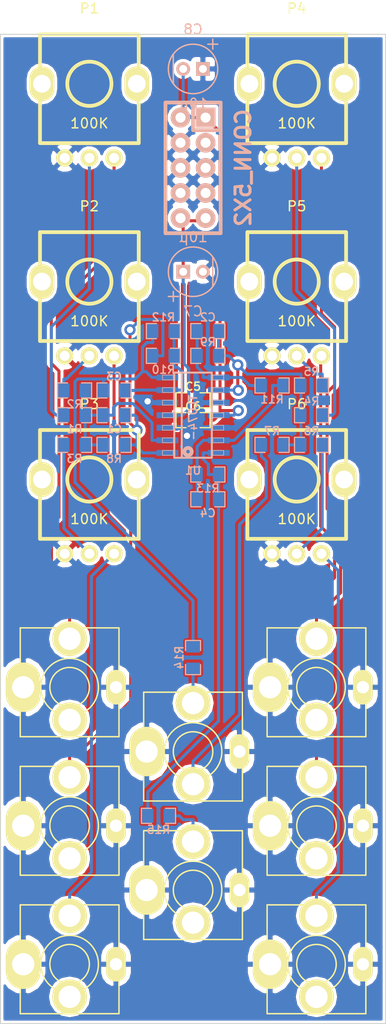
<source format=kicad_pcb>
(kicad_pcb (version 3) (host pcbnew "(2014-05-15 BZR 4865)-product")
  (layers (15 F.Cu signal) (0 B.Cu signal) (18 B.Paste user) (19 F.Paste user) (20 B.SilkS user) (21 F.SilkS user) (22 B.Mask user) (23 F.Mask user) (28 Edge.Cuts user))
  (net 0 "")
  (net 1 +12V)
  (net 2 -12V)
  (net 3 GND)
  (net 4 N-000001)
  (net 5 N-0000010)
  (net 6 N-0000012)
  (net 7 N-0000014)
  (net 8 N-0000017)
  (net 9 N-0000019)
  (net 10 N-000002)
  (net 11 N-0000020)
  (net 12 N-0000021)
  (net 13 N-0000022)
  (net 14 N-0000023)
  (net 15 N-0000024)
  (net 16 N-0000025)
  (net 17 N-0000028)
  (net 18 N-0000030)
  (net 19 N-0000031)
  (net 20 N-0000032)
  (net 21 N-0000033)
  (net 22 N-000005)
  (net 23 N-000006)
  (net 24 N-000007)
  (net 25 N-000008)
  (net 26 N-000009)
  (module SO14-JRL (layer B.Cu) (at 223.5 145.5 90)
    (fp_text reference U1 (at -5.588 0 360) (layer B.SilkS) (effects (font (size 0.8128 0.8128) (thickness 0.1524)) (justify mirror)))
    (fp_text value TL074- (at -0.254 0 90) (layer B.SilkS) (effects (font (size 0.8128 0.8128) (thickness 0.1524)) (justify mirror)))
    (pad 1 smd rect (at -3.81 -2.59842 90) (size 0.59944 2.19964) (layers B.Cu B.Paste B.Mask) (net 14 N-0000023))
    (pad 2 smd rect (at -2.54 -2.59842 90) (size 0.59944 2.19964) (layers B.Cu B.Paste B.Mask) (net 13 N-0000022))
    (pad 3 smd rect (at -1.27 -2.59842 90) (size 0.59944 2.19964) (layers B.Cu B.Paste B.Mask) (net 3 GND))
    (pad 4 smd rect (at 0 -2.59842 90) (size 0.59944 2.19964) (layers B.Cu B.Paste B.Mask) (net 1 +12V))
    (pad 5 smd rect (at 1.27 -2.59842 90) (size 0.59944 2.19964) (layers B.Cu B.Paste B.Mask) (net 3 GND))
    (pad 6 smd rect (at 2.54 -2.59842 90) (size 0.59944 2.19964) (layers B.Cu B.Paste B.Mask) (net 21 N-0000033))
    (pad 7 smd rect (at 3.81 -2.59842 90) (size 0.59944 2.19964) (layers B.Cu B.Paste B.Mask) (net 20 N-0000032))
    (pad 8 smd rect (at 3.81 2.59842 90) (size 0.59944 2.19964) (layers B.Cu B.Paste B.Mask) (net 23 N-000006))
    (pad 9 smd rect (at 2.54 2.59842 90) (size 0.59944 2.19964) (layers B.Cu B.Paste B.Mask) (net 18 N-0000030))
    (pad 10 smd rect (at 1.27 2.59842 90) (size 0.59944 2.19964) (layers B.Cu B.Paste B.Mask) (net 3 GND))
    (pad 11 smd rect (at 0 2.59842 90) (size 0.59944 2.19964) (layers B.Cu B.Paste B.Mask) (net 2 -12V))
    (pad 12 smd rect (at -1.27 2.59842 90) (size 0.59944 2.19964) (layers B.Cu B.Paste B.Mask) (net 3 GND))
    (pad 13 smd rect (at -2.54 2.59842 90) (size 0.59944 2.19964) (layers B.Cu B.Paste B.Mask) (net 10 N-000002))
    (pad 14 smd rect (at -3.81 2.59842 90) (size 0.59944 2.19964) (layers B.Cu B.Paste B.Mask) (net 4 N-000001))
  )
  (module SM0805-HAND (layer B.Cu) (at 223.5 170 270)
    (fp_text reference R14 (at 0 1.397 270) (layer B.SilkS) (effects (font (size 0.8128 0.8128) (thickness 0.1524)) (justify mirror)))
    (fp_text value 1K hide)
    (pad 1 smd rect (at -1.0795 0 270) (size 1.143 1.397) (layers B.Cu B.Paste B.Mask) (net 20 N-0000032))
    (pad 2 smd rect (at 1.0795 0 270) (size 1.143 1.397) (layers B.Cu B.Paste B.Mask) (net 19 N-0000031))
  )
  (module SM0805-HAND (layer B.Cu) (at 225 151.5)
    (fp_text reference R13 (at 0 1.397) (layer B.SilkS) (effects (font (size 0.8128 0.8128) (thickness 0.1524)) (justify mirror)))
    (fp_text value 100K hide)
    (pad 1 smd rect (at -1.0795 0) (size 1.143 1.397) (layers B.Cu B.Paste B.Mask) (net 10 N-000002))
    (pad 2 smd rect (at 1.0795 0) (size 1.143 1.397) (layers B.Cu B.Paste B.Mask) (net 4 N-000001))
  )
  (module SM0805-HAND (layer B.Cu) (at 231.5 142.5)
    (fp_text reference R11 (at 0 1.397) (layer B.SilkS) (effects (font (size 0.8128 0.8128) (thickness 0.1524)) (justify mirror)))
    (fp_text value 100K hide)
    (pad 1 smd rect (at -1.0795 0) (size 1.143 1.397) (layers B.Cu B.Paste B.Mask) (net 23 N-000006))
    (pad 2 smd rect (at 1.0795 0) (size 1.143 1.397) (layers B.Cu B.Paste B.Mask) (net 10 N-000002))
  )
  (module SM0805-HAND (layer B.Cu) (at 220 186)
    (fp_text reference R15 (at 0 1.397) (layer B.SilkS) (effects (font (size 0.8128 0.8128) (thickness 0.1524)) (justify mirror)))
    (fp_text value 1K hide)
    (pad 1 smd rect (at -1.0795 0) (size 1.143 1.397) (layers B.Cu B.Paste B.Mask) (net 4 N-000001))
    (pad 2 smd rect (at 1.0795 0) (size 1.143 1.397) (layers B.Cu B.Paste B.Mask) (net 24 N-000007))
  )
  (module SM0805-HAND (layer B.Cu) (at 225 137 180)
    (fp_text reference C2 (at 0 1.397 180) (layer B.SilkS) (effects (font (size 0.8128 0.8128) (thickness 0.1524)) (justify mirror)))
    (fp_text value 47p hide)
    (pad 1 smd rect (at -1.0795 0 180) (size 1.143 1.397) (layers B.Cu B.Paste B.Mask) (net 18 N-0000030))
    (pad 2 smd rect (at 1.0795 0 180) (size 1.143 1.397) (layers B.Cu B.Paste B.Mask) (net 23 N-000006))
  )
  (module SM0805-HAND (layer B.Cu) (at 225 139.5 180)
    (fp_text reference R9 (at 0 1.397 180) (layer B.SilkS) (effects (font (size 0.8128 0.8128) (thickness 0.1524)) (justify mirror)))
    (fp_text value 100K hide)
    (pad 1 smd rect (at -1.0795 0 180) (size 1.143 1.397) (layers B.Cu B.Paste B.Mask) (net 18 N-0000030))
    (pad 2 smd rect (at 1.0795 0 180) (size 1.143 1.397) (layers B.Cu B.Paste B.Mask) (net 23 N-000006))
  )
  (module SM0805-HAND (layer B.Cu) (at 235.5 148.5 180)
    (fp_text reference R6 (at 0 1.397 180) (layer B.SilkS) (effects (font (size 0.8128 0.8128) (thickness 0.1524)) (justify mirror)))
    (fp_text value 100K hide)
    (pad 1 smd rect (at -1.0795 0 180) (size 1.143 1.397) (layers B.Cu B.Paste B.Mask) (net 25 N-000008))
    (pad 2 smd rect (at 1.0795 0 180) (size 1.143 1.397) (layers B.Cu B.Paste B.Mask) (net 18 N-0000030))
  )
  (module SM0805-HAND (layer B.Cu) (at 235.5 142.5 180)
    (fp_text reference R5 (at 0 1.397 180) (layer B.SilkS) (effects (font (size 0.8128 0.8128) (thickness 0.1524)) (justify mirror)))
    (fp_text value 100K hide)
    (pad 1 smd rect (at -1.0795 0 180) (size 1.143 1.397) (layers B.Cu B.Paste B.Mask) (net 7 N-0000014))
    (pad 2 smd rect (at 1.0795 0 180) (size 1.143 1.397) (layers B.Cu B.Paste B.Mask) (net 18 N-0000030))
  )
  (module SM0805-HAND (layer B.Cu) (at 235.5 145.5 180)
    (fp_text reference R4 (at 0 1.397 180) (layer B.SilkS) (effects (font (size 0.8128 0.8128) (thickness 0.1524)) (justify mirror)))
    (fp_text value 100K hide)
    (pad 1 smd rect (at -1.0795 0 180) (size 1.143 1.397) (layers B.Cu B.Paste B.Mask) (net 26 N-000009))
    (pad 2 smd rect (at 1.0795 0 180) (size 1.143 1.397) (layers B.Cu B.Paste B.Mask) (net 18 N-0000030))
  )
  (module SM0805-HAND (layer B.Cu) (at 225 154)
    (fp_text reference C4 (at 0 1.397) (layer B.SilkS) (effects (font (size 0.8128 0.8128) (thickness 0.1524)) (justify mirror)))
    (fp_text value 47p hide)
    (pad 1 smd rect (at -1.0795 0) (size 1.143 1.397) (layers B.Cu B.Paste B.Mask) (net 10 N-000002))
    (pad 2 smd rect (at 1.0795 0) (size 1.143 1.397) (layers B.Cu B.Paste B.Mask) (net 4 N-000001))
  )
  (module SM0805-HAND (layer B.Cu) (at 215.5 143 180)
    (fp_text reference C3 (at 0 1.397 180) (layer B.SilkS) (effects (font (size 0.8128 0.8128) (thickness 0.1524)) (justify mirror)))
    (fp_text value 47p hide)
    (pad 1 smd rect (at -1.0795 0 180) (size 1.143 1.397) (layers B.Cu B.Paste B.Mask) (net 21 N-0000033))
    (pad 2 smd rect (at 1.0795 0 180) (size 1.143 1.397) (layers B.Cu B.Paste B.Mask) (net 20 N-0000032))
  )
  (module SM0805-HAND (layer B.Cu) (at 215.5 145.5)
    (fp_text reference C1 (at 0 1.397) (layer B.SilkS) (effects (font (size 0.8128 0.8128) (thickness 0.1524)) (justify mirror)))
    (fp_text value 47p hide)
    (pad 1 smd rect (at -1.0795 0) (size 1.143 1.397) (layers B.Cu B.Paste B.Mask) (net 13 N-0000022))
    (pad 2 smd rect (at 1.0795 0) (size 1.143 1.397) (layers B.Cu B.Paste B.Mask) (net 14 N-0000023))
  )
  (module SM0805-HAND (layer B.Cu) (at 231.5 148.5 180)
    (fp_text reference R7 (at 0 1.397 180) (layer B.SilkS) (effects (font (size 0.8128 0.8128) (thickness 0.1524)) (justify mirror)))
    (fp_text value 100K hide)
    (pad 1 smd rect (at -1.0795 0 180) (size 1.143 1.397) (layers B.Cu B.Paste B.Mask) (net 18 N-0000030))
    (pad 2 smd rect (at 1.0795 0 180) (size 1.143 1.397) (layers B.Cu B.Paste B.Mask) (net 8 N-0000017))
  )
  (module SM0805-HAND (layer B.Cu) (at 220.5 137 180)
    (fp_text reference R12 (at 0 1.397 180) (layer B.SilkS) (effects (font (size 0.8128 0.8128) (thickness 0.1524)) (justify mirror)))
    (fp_text value 100K hide)
    (pad 1 smd rect (at -1.0795 0 180) (size 1.143 1.397) (layers B.Cu B.Paste B.Mask) (net 21 N-0000033))
    (pad 2 smd rect (at 1.0795 0 180) (size 1.143 1.397) (layers B.Cu B.Paste B.Mask) (net 20 N-0000032))
  )
  (module SM0805-HAND (layer B.Cu) (at 220.5 139.5)
    (fp_text reference R10 (at 0 1.397) (layer B.SilkS) (effects (font (size 0.8128 0.8128) (thickness 0.1524)) (justify mirror)))
    (fp_text value 100K hide)
    (pad 1 smd rect (at -1.0795 0) (size 1.143 1.397) (layers B.Cu B.Paste B.Mask) (net 14 N-0000023))
    (pad 2 smd rect (at 1.0795 0) (size 1.143 1.397) (layers B.Cu B.Paste B.Mask) (net 21 N-0000033))
  )
  (module SM0805-HAND (layer F.Cu) (at 223.5 144)
    (fp_text reference C5 (at 0 -1.397) (layer F.SilkS) (effects (font (size 0.8128 0.8128) (thickness 0.1524))))
    (fp_text value 100n hide)
    (pad 1 smd rect (at -1.0795 0) (size 1.143 1.397) (layers F.Cu F.Paste F.Mask) (net 1 +12V))
    (pad 2 smd rect (at 1.0795 0) (size 1.143 1.397) (layers F.Cu F.Paste F.Mask) (net 3 GND))
  )
  (module SM0805-HAND (layer F.Cu) (at 223.5 146)
    (fp_text reference C6 (at 0 -1.397) (layer F.SilkS) (effects (font (size 0.8128 0.8128) (thickness 0.1524))))
    (fp_text value 100n hide)
    (pad 1 smd rect (at -1.0795 0) (size 1.143 1.397) (layers F.Cu F.Paste F.Mask) (net 3 GND))
    (pad 2 smd rect (at 1.0795 0) (size 1.143 1.397) (layers F.Cu F.Paste F.Mask) (net 2 -12V))
  )
  (module SM0805-HAND (layer B.Cu) (at 215.5 148.5)
    (fp_text reference R8 (at 0 1.397) (layer B.SilkS) (effects (font (size 0.8128 0.8128) (thickness 0.1524)) (justify mirror)))
    (fp_text value 100K hide)
    (pad 1 smd rect (at -1.0795 0) (size 1.143 1.397) (layers B.Cu B.Paste B.Mask) (net 13 N-0000022))
    (pad 2 smd rect (at 1.0795 0) (size 1.143 1.397) (layers B.Cu B.Paste B.Mask) (net 14 N-0000023))
  )
  (module SM0805-HAND (layer B.Cu) (at 211.5 148.5)
    (fp_text reference R3 (at 0 1.397) (layer B.SilkS) (effects (font (size 0.8128 0.8128) (thickness 0.1524)) (justify mirror)))
    (fp_text value 100K hide)
    (pad 1 smd rect (at -1.0795 0) (size 1.143 1.397) (layers B.Cu B.Paste B.Mask) (net 11 N-0000020))
    (pad 2 smd rect (at 1.0795 0) (size 1.143 1.397) (layers B.Cu B.Paste B.Mask) (net 13 N-0000022))
  )
  (module SM0805-HAND (layer B.Cu) (at 211.5 143)
    (fp_text reference R2 (at 0 1.397) (layer B.SilkS) (effects (font (size 0.8128 0.8128) (thickness 0.1524)) (justify mirror)))
    (fp_text value 100K hide)
    (pad 1 smd rect (at -1.0795 0) (size 1.143 1.397) (layers B.Cu B.Paste B.Mask) (net 9 N-0000019))
    (pad 2 smd rect (at 1.0795 0) (size 1.143 1.397) (layers B.Cu B.Paste B.Mask) (net 13 N-0000022))
  )
  (module SM0805-HAND (layer B.Cu) (at 211.5 145.5)
    (fp_text reference R1 (at 0 1.397) (layer B.SilkS) (effects (font (size 0.8128 0.8128) (thickness 0.1524)) (justify mirror)))
    (fp_text value 100K hide)
    (pad 1 smd rect (at -1.0795 0) (size 1.143 1.397) (layers B.Cu B.Paste B.Mask) (net 12 N-0000021))
    (pad 2 smd rect (at 1.0795 0) (size 1.143 1.397) (layers B.Cu B.Paste B.Mask) (net 13 N-0000022))
  )
  (module RD901F-ALPHA-POT (layer F.Cu) (at 213 152)
    (fp_text reference P3 (at 0 -7.62) (layer F.SilkS))
    (fp_text value 100K (at 0 4) (layer F.SilkS))
    (pad "" thru_hole oval (at 4.8 0) (size 2.5 3.5) (drill 1.8) (layers *.Cu *.Mask F.SilkS))
    (pad "" thru_hole oval (at -4.8 0) (size 2.5 3.5) (drill 1.8) (layers *.Cu *.Mask F.SilkS))
    (pad 3 thru_hole circle (at 2.5 7.5) (size 1.75 1.75) (drill 1) (layers *.Cu *.Mask F.SilkS) (net 16 N-0000025))
    (pad 2 thru_hole circle (at 0 7.5) (size 1.75 1.75) (drill 1) (layers *.Cu *.Mask F.SilkS) (net 11 N-0000020))
    (pad 1 thru_hole circle (at -2.5 7.5) (size 1.75 1.75) (drill 1) (layers *.Cu *.Mask F.SilkS) (net 3 GND))
  )
  (module RD901F-ALPHA-POT (layer F.Cu) (at 213 132)
    (fp_text reference P2 (at 0 -7.62) (layer F.SilkS))
    (fp_text value 100K (at 0 4) (layer F.SilkS))
    (pad "" thru_hole oval (at 4.8 0) (size 2.5 3.5) (drill 1.8) (layers *.Cu *.Mask F.SilkS))
    (pad "" thru_hole oval (at -4.8 0) (size 2.5 3.5) (drill 1.8) (layers *.Cu *.Mask F.SilkS))
    (pad 3 thru_hole circle (at 2.5 7.5) (size 1.75 1.75) (drill 1) (layers *.Cu *.Mask F.SilkS) (net 15 N-0000024))
    (pad 2 thru_hole circle (at 0 7.5) (size 1.75 1.75) (drill 1) (layers *.Cu *.Mask F.SilkS) (net 9 N-0000019))
    (pad 1 thru_hole circle (at -2.5 7.5) (size 1.75 1.75) (drill 1) (layers *.Cu *.Mask F.SilkS) (net 3 GND))
  )
  (module RD901F-ALPHA-POT (layer F.Cu) (at 213 112)
    (fp_text reference P1 (at 0 -7.62) (layer F.SilkS))
    (fp_text value 100K (at 0 4) (layer F.SilkS))
    (pad "" thru_hole oval (at 4.8 0) (size 2.5 3.5) (drill 1.8) (layers *.Cu *.Mask F.SilkS))
    (pad "" thru_hole oval (at -4.8 0) (size 2.5 3.5) (drill 1.8) (layers *.Cu *.Mask F.SilkS))
    (pad 3 thru_hole circle (at 2.5 7.5) (size 1.75 1.75) (drill 1) (layers *.Cu *.Mask F.SilkS) (net 17 N-0000028))
    (pad 2 thru_hole circle (at 0 7.5) (size 1.75 1.75) (drill 1) (layers *.Cu *.Mask F.SilkS) (net 12 N-0000021))
    (pad 1 thru_hole circle (at -2.5 7.5) (size 1.75 1.75) (drill 1) (layers *.Cu *.Mask F.SilkS) (net 3 GND))
  )
  (module RD901F-ALPHA-POT (layer F.Cu) (at 234 112)
    (fp_text reference P4 (at 0 -7.62) (layer F.SilkS))
    (fp_text value 100K (at 0 4) (layer F.SilkS))
    (pad "" thru_hole oval (at 4.8 0) (size 2.5 3.5) (drill 1.8) (layers *.Cu *.Mask F.SilkS))
    (pad "" thru_hole oval (at -4.8 0) (size 2.5 3.5) (drill 1.8) (layers *.Cu *.Mask F.SilkS))
    (pad 3 thru_hole circle (at 2.5 7.5) (size 1.75 1.75) (drill 1) (layers *.Cu *.Mask F.SilkS) (net 5 N-0000010))
    (pad 2 thru_hole circle (at 0 7.5) (size 1.75 1.75) (drill 1) (layers *.Cu *.Mask F.SilkS) (net 26 N-000009))
    (pad 1 thru_hole circle (at -2.5 7.5) (size 1.75 1.75) (drill 1) (layers *.Cu *.Mask F.SilkS) (net 3 GND))
  )
  (module RD901F-ALPHA-POT (layer F.Cu) (at 234 132)
    (fp_text reference P5 (at 0 -7.62) (layer F.SilkS))
    (fp_text value 100K (at 0 4) (layer F.SilkS))
    (pad "" thru_hole oval (at 4.8 0) (size 2.5 3.5) (drill 1.8) (layers *.Cu *.Mask F.SilkS))
    (pad "" thru_hole oval (at -4.8 0) (size 2.5 3.5) (drill 1.8) (layers *.Cu *.Mask F.SilkS))
    (pad 3 thru_hole circle (at 2.5 7.5) (size 1.75 1.75) (drill 1) (layers *.Cu *.Mask F.SilkS) (net 6 N-0000012))
    (pad 2 thru_hole circle (at 0 7.5) (size 1.75 1.75) (drill 1) (layers *.Cu *.Mask F.SilkS) (net 7 N-0000014))
    (pad 1 thru_hole circle (at -2.5 7.5) (size 1.75 1.75) (drill 1) (layers *.Cu *.Mask F.SilkS) (net 3 GND))
  )
  (module RD901F-ALPHA-POT (layer F.Cu) (at 234 152)
    (fp_text reference P6 (at 0 -7.62) (layer F.SilkS))
    (fp_text value 100K (at 0 4) (layer F.SilkS))
    (pad "" thru_hole oval (at 4.8 0) (size 2.5 3.5) (drill 1.8) (layers *.Cu *.Mask F.SilkS))
    (pad "" thru_hole oval (at -4.8 0) (size 2.5 3.5) (drill 1.8) (layers *.Cu *.Mask F.SilkS))
    (pad 3 thru_hole circle (at 2.5 7.5) (size 1.75 1.75) (drill 1) (layers *.Cu *.Mask F.SilkS) (net 22 N-000005))
    (pad 2 thru_hole circle (at 0 7.5) (size 1.75 1.75) (drill 1) (layers *.Cu *.Mask F.SilkS) (net 25 N-000008))
    (pad 1 thru_hole circle (at -2.5 7.5) (size 1.75 1.75) (drill 1) (layers *.Cu *.Mask F.SilkS) (net 3 GND))
  )
  (module PJ-301B-JACK (layer F.Cu) (at 211 173)
    (fp_text reference J1 hide)
    (fp_text value JACK_MONO_SW hide)
    (pad 1 thru_hole oval (at -4.7 0) (size 3.5 5) (drill 2.25) (layers *.Cu *.Mask F.SilkS) (net 3 GND))
    (pad 1 thru_hole oval (at 4.7 0) (size 2 3.5) (drill 1.25) (layers *.Cu *.Mask F.SilkS) (net 3 GND))
    (pad 3 thru_hole oval (at 0 -4.9) (size 3.5 3.5) (drill 2.25) (layers *.Cu *.Mask F.SilkS) (net 17 N-0000028))
    (pad 2 thru_hole oval (at 0 3.3) (size 3.5 3.5) (drill 2.25) (layers *.Cu *.Mask F.SilkS))
  )
  (module PJ-301B-JACK (layer F.Cu) (at 223.5 193.5)
    (fp_text reference J8 hide)
    (fp_text value JACK_MONO_SW hide)
    (pad 1 thru_hole oval (at -4.7 0) (size 3.5 5) (drill 2.25) (layers *.Cu *.Mask F.SilkS) (net 3 GND))
    (pad 1 thru_hole oval (at 4.7 0) (size 2 3.5) (drill 1.25) (layers *.Cu *.Mask F.SilkS) (net 3 GND))
    (pad 3 thru_hole oval (at 0 -4.9) (size 3.5 3.5) (drill 2.25) (layers *.Cu *.Mask F.SilkS) (net 24 N-000007))
    (pad 2 thru_hole oval (at 0 3.3) (size 3.5 3.5) (drill 2.25) (layers *.Cu *.Mask F.SilkS))
  )
  (module PJ-301B-JACK (layer F.Cu) (at 236 201)
    (fp_text reference J6 hide)
    (fp_text value JACK_MONO_SW hide)
    (pad 1 thru_hole oval (at -4.7 0) (size 3.5 5) (drill 2.25) (layers *.Cu *.Mask F.SilkS) (net 3 GND))
    (pad 1 thru_hole oval (at 4.7 0) (size 2 3.5) (drill 1.25) (layers *.Cu *.Mask F.SilkS) (net 3 GND))
    (pad 3 thru_hole oval (at 0 -4.9) (size 3.5 3.5) (drill 2.25) (layers *.Cu *.Mask F.SilkS) (net 22 N-000005))
    (pad 2 thru_hole oval (at 0 3.3) (size 3.5 3.5) (drill 2.25) (layers *.Cu *.Mask F.SilkS))
  )
  (module PJ-301B-JACK (layer F.Cu) (at 236 187)
    (fp_text reference J5 hide)
    (fp_text value JACK_MONO_SW hide)
    (pad 1 thru_hole oval (at -4.7 0) (size 3.5 5) (drill 2.25) (layers *.Cu *.Mask F.SilkS) (net 3 GND))
    (pad 1 thru_hole oval (at 4.7 0) (size 2 3.5) (drill 1.25) (layers *.Cu *.Mask F.SilkS) (net 3 GND))
    (pad 3 thru_hole oval (at 0 -4.9) (size 3.5 3.5) (drill 2.25) (layers *.Cu *.Mask F.SilkS) (net 6 N-0000012))
    (pad 2 thru_hole oval (at 0 3.3) (size 3.5 3.5) (drill 2.25) (layers *.Cu *.Mask F.SilkS))
  )
  (module PJ-301B-JACK (layer F.Cu) (at 236 173)
    (fp_text reference J4 hide)
    (fp_text value JACK_MONO_SW hide)
    (pad 1 thru_hole oval (at -4.7 0) (size 3.5 5) (drill 2.25) (layers *.Cu *.Mask F.SilkS) (net 3 GND))
    (pad 1 thru_hole oval (at 4.7 0) (size 2 3.5) (drill 1.25) (layers *.Cu *.Mask F.SilkS) (net 3 GND))
    (pad 3 thru_hole oval (at 0 -4.9) (size 3.5 3.5) (drill 2.25) (layers *.Cu *.Mask F.SilkS) (net 5 N-0000010))
    (pad 2 thru_hole oval (at 0 3.3) (size 3.5 3.5) (drill 2.25) (layers *.Cu *.Mask F.SilkS))
  )
  (module PJ-301B-JACK (layer F.Cu) (at 223.5 179.5)
    (fp_text reference J7 hide)
    (fp_text value JACK_MONO_SW hide)
    (pad 1 thru_hole oval (at -4.7 0) (size 3.5 5) (drill 2.25) (layers *.Cu *.Mask F.SilkS) (net 3 GND))
    (pad 1 thru_hole oval (at 4.7 0) (size 2 3.5) (drill 1.25) (layers *.Cu *.Mask F.SilkS) (net 3 GND))
    (pad 3 thru_hole oval (at 0 -4.9) (size 3.5 3.5) (drill 2.25) (layers *.Cu *.Mask F.SilkS) (net 19 N-0000031))
    (pad 2 thru_hole oval (at 0 3.3) (size 3.5 3.5) (drill 2.25) (layers *.Cu *.Mask F.SilkS) (net 8 N-0000017))
  )
  (module PJ-301B-JACK (layer F.Cu) (at 211 201)
    (fp_text reference J3 hide)
    (fp_text value JACK_MONO_SW hide)
    (pad 1 thru_hole oval (at -4.7 0) (size 3.5 5) (drill 2.25) (layers *.Cu *.Mask F.SilkS) (net 3 GND))
    (pad 1 thru_hole oval (at 4.7 0) (size 2 3.5) (drill 1.25) (layers *.Cu *.Mask F.SilkS) (net 3 GND))
    (pad 3 thru_hole oval (at 0 -4.9) (size 3.5 3.5) (drill 2.25) (layers *.Cu *.Mask F.SilkS) (net 16 N-0000025))
    (pad 2 thru_hole oval (at 0 3.3) (size 3.5 3.5) (drill 2.25) (layers *.Cu *.Mask F.SilkS))
  )
  (module PJ-301B-JACK (layer F.Cu) (at 211 187)
    (fp_text reference J2 hide)
    (fp_text value JACK_MONO_SW hide)
    (pad 1 thru_hole oval (at -4.7 0) (size 3.5 5) (drill 2.25) (layers *.Cu *.Mask F.SilkS) (net 3 GND))
    (pad 1 thru_hole oval (at 4.7 0) (size 2 3.5) (drill 1.25) (layers *.Cu *.Mask F.SilkS) (net 3 GND))
    (pad 3 thru_hole oval (at 0 -4.9) (size 3.5 3.5) (drill 2.25) (layers *.Cu *.Mask F.SilkS) (net 15 N-0000024))
    (pad 2 thru_hole oval (at 0 3.3) (size 3.5 3.5) (drill 2.25) (layers *.Cu *.Mask F.SilkS))
  )
  (module CONN_0100_2X5_10 (layer B.Cu) (at 223.5 120.5 270)
    (fp_text reference PWR1 hide)
    (fp_text value CONN_5X2 (at 0 -5.08 270) (layer B.SilkS) (effects (font (thickness 0.3048)) (justify mirror)))
    (pad 7 thru_hole circle (at 2.54 -1.27 270) (size 1.99898 1.99898) (drill 1.016) (layers *.Cu *.Mask B.SilkS) (net 3 GND))
    (pad 5 thru_hole circle (at 0 -1.27 270) (size 1.99898 1.99898) (drill 1.016) (layers *.Cu *.Mask B.SilkS) (net 3 GND))
    (pad 9 thru_hole circle (at 5.08 -1.27 270) (size 1.99898 1.99898) (drill 1.016) (layers *.Cu *.Mask B.SilkS) (net 1 +12V))
    (pad 3 thru_hole circle (at -2.54 -1.27 270) (size 1.99898 1.99898) (drill 1.016) (layers *.Cu *.Mask B.SilkS) (net 3 GND))
    (pad 1 thru_hole rect (at -5.08 -1.27 270) (size 1.99898 1.99898) (drill 1.016) (layers *.Cu *.Mask B.SilkS) (net 2 -12V))
    (pad 2 thru_hole circle (at -5.08 1.27 270) (size 1.99898 1.99898) (drill 1.016) (layers *.Cu *.Mask B.SilkS) (net 2 -12V))
    (pad 4 thru_hole circle (at -2.54 1.27 270) (size 1.99898 1.99898) (drill 1.016) (layers *.Cu *.Mask B.SilkS) (net 3 GND))
    (pad 6 thru_hole circle (at 0 1.27 270) (size 1.99898 1.99898) (drill 1.016) (layers *.Cu *.Mask B.SilkS) (net 3 GND))
    (pad 8 thru_hole circle (at 2.54 1.27 270) (size 1.99898 1.99898) (drill 1.016) (layers *.Cu *.Mask B.SilkS) (net 3 GND))
    (pad 10 thru_hole circle (at 5.08 1.27 270) (size 1.99898 1.99898) (drill 1.016) (layers *.Cu *.Mask B.SilkS) (net 1 +12V))
  )
  (module CAP_POL_5MM (layer B.Cu) (at 223.5 110.5 180)
    (fp_text reference C8 (at 0 4 180) (layer B.SilkS) (effects (justify mirror)))
    (fp_text value 10μ (at 0 -3.5 180) (layer B.SilkS) (effects (justify mirror)))
    (pad 1 thru_hole rect (at -1 0 180) (size 1.4 1.4) (drill 0.8) (layers *.Cu *.Mask B.SilkS) (net 3 GND))
    (pad 2 thru_hole circle (at 1 0 180) (size 1.4 1.4) (drill 0.8) (layers *.Cu *.Mask B.SilkS) (net 2 -12V))
  )
  (module CAP_POL_5MM (layer B.Cu) (at 223.5 131)
    (fp_text reference C7 (at 0 4) (layer B.SilkS) (effects (justify mirror)))
    (fp_text value 10μ (at 0 -3.5) (layer B.SilkS) (effects (justify mirror)))
    (pad 1 thru_hole rect (at -1 0) (size 1.4 1.4) (drill 0.8) (layers *.Cu *.Mask B.SilkS) (net 1 +12V))
    (pad 2 thru_hole circle (at 1 0) (size 1.4 1.4) (drill 0.8) (layers *.Cu *.Mask B.SilkS) (net 3 GND))
  )
  (gr_line (start 204 207) (end 204 107) (angle 90) (layer Edge.Cuts) (width 0.1))
  (gr_line (start 243 207) (end 204 207) (angle 90) (layer Edge.Cuts) (width 0.1))
  (gr_line (start 243 107) (end 243 207) (angle 90) (layer Edge.Cuts) (width 0.1))
  (gr_line (start 204 107) (end 243 107) (angle 90) (layer Edge.Cuts) (width 0.1))
  (segment (start 222.5 131) (end 222.5 132.1575) (width 0.3048) (layer F.Cu) (net 1))
  (segment (start 222.4205 132.237) (end 222.5 132.1575) (width 0.3048) (layer F.Cu) (net 1))
  (segment (start 222.4205 144) (end 222.4205 132.237) (width 0.3048) (layer F.Cu) (net 1))
  (segment (start 224.5 125.85) (end 224.77 125.58) (width 0.3048) (layer F.Cu) (net 1))
  (segment (start 222.5 125.85) (end 224.5 125.85) (width 0.3048) (layer F.Cu) (net 1))
  (segment (start 222.5 131) (end 222.5 125.85) (width 0.3048) (layer F.Cu) (net 1))
  (segment (start 222.5 125.85) (end 222.23 125.58) (width 0.3048) (layer F.Cu) (net 1))
  (segment (start 223.0689 144.89) (end 222.4589 145.5) (width 0.3048) (layer B.Cu) (net 1))
  (segment (start 223.0689 140.7947) (end 223.0689 144.89) (width 0.3048) (layer B.Cu) (net 1))
  (segment (start 222.6086 140.3344) (end 223.0689 140.7947) (width 0.3048) (layer B.Cu) (net 1))
  (segment (start 222.6086 132.2661) (end 222.6086 140.3344) (width 0.3048) (layer B.Cu) (net 1))
  (segment (start 222.5 132.1575) (end 222.6086 132.2661) (width 0.3048) (layer B.Cu) (net 1))
  (segment (start 222.5 131) (end 222.5 132.1575) (width 0.3048) (layer B.Cu) (net 1))
  (segment (start 220.9016 145.5) (end 222.4589 145.5) (width 0.3048) (layer B.Cu) (net 1))
  (via (at 228.0813 145.0306) (size 1.143) (layers F.Cu B.Cu) (net 2))
  (segment (start 224.5795 146) (end 225.6085 146) (width 0.3048) (layer F.Cu) (net 2))
  (segment (start 227.6557 145.4562) (end 227.6557 145.5) (width 0.3048) (layer B.Cu) (net 2))
  (segment (start 228.0813 145.0306) (end 227.6557 145.4562) (width 0.3048) (layer B.Cu) (net 2))
  (segment (start 226.0984 145.5) (end 227.6557 145.5) (width 0.3048) (layer B.Cu) (net 2))
  (segment (start 226.2333 145.0306) (end 228.0813 145.0306) (width 0.3048) (layer F.Cu) (net 2))
  (segment (start 226.2333 116.8833) (end 226.2333 145.0306) (width 0.3048) (layer F.Cu) (net 2))
  (segment (start 224.77 115.42) (end 226.2333 116.8833) (width 0.3048) (layer F.Cu) (net 2))
  (segment (start 226.2333 145.3752) (end 225.6085 146) (width 0.3048) (layer F.Cu) (net 2))
  (segment (start 226.2333 145.0306) (end 226.2333 145.3752) (width 0.3048) (layer F.Cu) (net 2))
  (segment (start 224.77 115.42) (end 223.313 115.42) (width 0.3048) (layer B.Cu) (net 2))
  (segment (start 223.043 115.15) (end 223.313 115.42) (width 0.3048) (layer B.Cu) (net 2))
  (segment (start 222.5 115.15) (end 223.043 115.15) (width 0.3048) (layer B.Cu) (net 2))
  (segment (start 222.5 110.5) (end 222.5 115.15) (width 0.3048) (layer B.Cu) (net 2))
  (segment (start 222.5 115.15) (end 222.23 115.42) (width 0.3048) (layer B.Cu) (net 2))
  (segment (start 220.90158 144.23) (end 219.03 144.23) (width 0.3048) (layer B.Cu) (net 3))
  (segment (start 219.03 144.23) (end 218.9 144.1) (width 0.3048) (layer B.Cu) (net 3))
  (via (at 218.9 144.1) (size 1.143) (layers F.Cu B.Cu) (net 3))
  (via (at 222.8848 147.5852) (size 1.143) (layers F.Cu B.Cu) (net 3))
  (segment (start 222.4205 146) (end 222.8848 146) (width 0.3048) (layer F.Cu) (net 3))
  (segment (start 223.5505 145.3343) (end 223.5505 144) (width 0.3048) (layer F.Cu) (net 3))
  (segment (start 222.8848 146) (end 223.5505 145.3343) (width 0.3048) (layer F.Cu) (net 3))
  (segment (start 224.5795 144) (end 223.5505 144) (width 0.3048) (layer F.Cu) (net 3))
  (segment (start 222.8848 147.5852) (end 222.8848 146) (width 0.3048) (layer F.Cu) (net 3))
  (segment (start 226.0984 149.31) (end 224.5411 149.31) (width 0.3048) (layer B.Cu) (net 4))
  (segment (start 224.5411 149.9616) (end 224.5411 149.31) (width 0.3048) (layer B.Cu) (net 4))
  (segment (start 225.0505 150.471) (end 224.5411 149.9616) (width 0.3048) (layer B.Cu) (net 4))
  (segment (start 225.0505 151.5) (end 225.0505 150.471) (width 0.3048) (layer B.Cu) (net 4))
  (segment (start 226.0795 151.5) (end 225.0505 151.5) (width 0.3048) (layer B.Cu) (net 4))
  (segment (start 226.0795 151.5) (end 226.0795 154) (width 0.3048) (layer B.Cu) (net 4))
  (segment (start 218.9205 183.5875) (end 218.9205 186) (width 0.3048) (layer B.Cu) (net 4))
  (segment (start 226.0795 176.4285) (end 218.9205 183.5875) (width 0.3048) (layer B.Cu) (net 4))
  (segment (start 226.0795 154) (end 226.0795 176.4285) (width 0.3048) (layer B.Cu) (net 4))
  (segment (start 236 168.1) (end 236 165.8925) (width 0.3048) (layer F.Cu) (net 5))
  (segment (start 236.5 135.2434) (end 236.5 119.5) (width 0.3048) (layer F.Cu) (net 5))
  (segment (start 237.835 136.5784) (end 236.5 135.2434) (width 0.3048) (layer F.Cu) (net 5))
  (segment (start 237.835 142.4506) (end 237.835 136.5784) (width 0.3048) (layer F.Cu) (net 5))
  (segment (start 237.0764 143.2092) (end 237.835 142.4506) (width 0.3048) (layer F.Cu) (net 5))
  (segment (start 237.0764 154.9574) (end 237.0764 143.2092) (width 0.3048) (layer F.Cu) (net 5))
  (segment (start 238.4434 156.3244) (end 237.0764 154.9574) (width 0.3048) (layer F.Cu) (net 5))
  (segment (start 238.4434 163.4491) (end 238.4434 156.3244) (width 0.3048) (layer F.Cu) (net 5))
  (segment (start 236 165.8925) (end 238.4434 163.4491) (width 0.3048) (layer F.Cu) (net 5))
  (segment (start 236.427 139.573) (end 236.5 139.5) (width 0.3048) (layer F.Cu) (net 6))
  (segment (start 236.427 156.7387) (end 236.427 139.573) (width 0.3048) (layer F.Cu) (net 6))
  (segment (start 237.8334 158.1451) (end 236.427 156.7387) (width 0.3048) (layer F.Cu) (net 6))
  (segment (start 237.8334 161.9289) (end 237.8334 158.1451) (width 0.3048) (layer F.Cu) (net 6))
  (segment (start 233.7921 165.9702) (end 237.8334 161.9289) (width 0.3048) (layer F.Cu) (net 6))
  (segment (start 233.7921 177.6846) (end 233.7921 165.9702) (width 0.3048) (layer F.Cu) (net 6))
  (segment (start 236 179.8925) (end 233.7921 177.6846) (width 0.3048) (layer F.Cu) (net 6))
  (segment (start 236 182.1) (end 236 179.8925) (width 0.3048) (layer F.Cu) (net 6))
  (segment (start 235.844 141.344) (end 236.5795 141.344) (width 0.3048) (layer B.Cu) (net 7))
  (segment (start 234 139.5) (end 235.844 141.344) (width 0.3048) (layer B.Cu) (net 7))
  (segment (start 236.5795 142.5) (end 236.5795 141.344) (width 0.3048) (layer B.Cu) (net 7))
  (segment (start 230.9148 150.1503) (end 230.4205 149.656) (width 0.3048) (layer B.Cu) (net 8))
  (segment (start 230.9148 153.8459) (end 230.9148 150.1503) (width 0.3048) (layer B.Cu) (net 8))
  (segment (start 228.2128 156.5479) (end 230.9148 153.8459) (width 0.3048) (layer B.Cu) (net 8))
  (segment (start 228.2128 175.7691) (end 228.2128 156.5479) (width 0.3048) (layer B.Cu) (net 8))
  (segment (start 223.5 180.4819) (end 228.2128 175.7691) (width 0.3048) (layer B.Cu) (net 8))
  (segment (start 223.5 182.8) (end 223.5 180.4819) (width 0.3048) (layer B.Cu) (net 8))
  (segment (start 230.4205 148.5) (end 230.4205 149.656) (width 0.3048) (layer B.Cu) (net 8))
  (segment (start 210.656 141.844) (end 210.4205 141.844) (width 0.3048) (layer B.Cu) (net 9))
  (segment (start 213 139.5) (end 210.656 141.844) (width 0.3048) (layer B.Cu) (net 9))
  (segment (start 210.4205 143) (end 210.4205 141.844) (width 0.3048) (layer B.Cu) (net 9))
  (segment (start 226.0984 148.04) (end 227.6557 148.04) (width 0.3048) (layer B.Cu) (net 10))
  (segment (start 232.5795 142.5) (end 231.5505 142.5) (width 0.3048) (layer B.Cu) (net 10))
  (segment (start 231.5505 144.1452) (end 227.6557 148.04) (width 0.3048) (layer B.Cu) (net 10))
  (segment (start 231.5505 142.5) (end 231.5505 144.1452) (width 0.3048) (layer B.Cu) (net 10))
  (segment (start 223.9205 154) (end 223.9205 151.5) (width 0.3048) (layer B.Cu) (net 10))
  (segment (start 223.9205 148.6606) (end 224.5411 148.04) (width 0.3048) (layer B.Cu) (net 10))
  (segment (start 223.9205 151.5) (end 223.9205 148.6606) (width 0.3048) (layer B.Cu) (net 10))
  (segment (start 226.0984 148.04) (end 224.5411 148.04) (width 0.3048) (layer B.Cu) (net 10))
  (segment (start 210.4205 156.9205) (end 210.4205 148.5) (width 0.3048) (layer B.Cu) (net 11))
  (segment (start 213 159.5) (end 210.4205 156.9205) (width 0.3048) (layer B.Cu) (net 11))
  (segment (start 210.4205 145.5) (end 209.6441 145.5) (width 0.3048) (layer B.Cu) (net 12))
  (segment (start 209.1546 145.0105) (end 209.6441 145.5) (width 0.3048) (layer B.Cu) (net 12))
  (segment (start 209.1546 136.5597) (end 209.1546 145.0105) (width 0.3048) (layer B.Cu) (net 12))
  (segment (start 213 132.7143) (end 209.1546 136.5597) (width 0.3048) (layer B.Cu) (net 12))
  (segment (start 213 119.5) (end 213 132.7143) (width 0.3048) (layer B.Cu) (net 12))
  (segment (start 212.5795 143) (end 212.5795 145.5) (width 0.3048) (layer B.Cu) (net 13))
  (segment (start 215.4495 144.7121) (end 215.4495 145.5) (width 0.3048) (layer B.Cu) (net 13))
  (segment (start 215.8426 144.319) (end 215.4495 144.7121) (width 0.3048) (layer B.Cu) (net 13))
  (segment (start 217.4017 144.319) (end 215.8426 144.319) (width 0.3048) (layer B.Cu) (net 13))
  (segment (start 219.3443 146.2616) (end 217.4017 144.319) (width 0.3048) (layer B.Cu) (net 13))
  (segment (start 219.3443 148.04) (end 219.3443 146.2616) (width 0.3048) (layer B.Cu) (net 13))
  (segment (start 220.9016 148.04) (end 219.3443 148.04) (width 0.3048) (layer B.Cu) (net 13))
  (segment (start 214.4205 145.5) (end 215.4495 145.5) (width 0.3048) (layer B.Cu) (net 13))
  (segment (start 214.4205 145.5) (end 213.3915 145.5) (width 0.3048) (layer B.Cu) (net 13))
  (segment (start 212.5795 145.5) (end 213.3915 145.5) (width 0.3048) (layer B.Cu) (net 13))
  (segment (start 214.4205 148.5) (end 213.3915 148.5) (width 0.3048) (layer B.Cu) (net 13))
  (segment (start 212.5795 145.5) (end 212.5795 148.5) (width 0.3048) (layer B.Cu) (net 13))
  (segment (start 212.5795 148.5) (end 213.3915 148.5) (width 0.3048) (layer B.Cu) (net 13))
  (via (at 217.8212 147) (size 1.143) (layers F.Cu B.Cu) (net 14))
  (via (at 217.1149 136.8711) (size 1.143) (layers F.Cu B.Cu) (net 14))
  (segment (start 218.4185 149.31) (end 220.9016 149.31) (width 0.3048) (layer B.Cu) (net 14))
  (segment (start 217.6085 148.5) (end 218.4185 149.31) (width 0.3048) (layer B.Cu) (net 14))
  (segment (start 216.5795 148.5) (end 217.6085 148.5) (width 0.3048) (layer B.Cu) (net 14))
  (segment (start 216.5795 145.5) (end 217.6085 145.5) (width 0.3048) (layer B.Cu) (net 14))
  (segment (start 217.8212 145.7127) (end 217.8212 147) (width 0.3048) (layer B.Cu) (net 14))
  (segment (start 217.6085 145.5) (end 217.8212 145.7127) (width 0.3048) (layer B.Cu) (net 14))
  (segment (start 217.8212 148.2873) (end 217.6085 148.5) (width 0.3048) (layer B.Cu) (net 14))
  (segment (start 217.8212 147) (end 217.8212 148.2873) (width 0.3048) (layer B.Cu) (net 14))
  (segment (start 220.4495 136.0154) (end 220.4495 139.5) (width 0.3048) (layer B.Cu) (net 14))
  (segment (start 220.2539 135.8198) (end 220.4495 136.0154) (width 0.3048) (layer B.Cu) (net 14))
  (segment (start 218.1662 135.8198) (end 220.2539 135.8198) (width 0.3048) (layer B.Cu) (net 14))
  (segment (start 217.1149 136.8711) (end 218.1662 135.8198) (width 0.3048) (layer B.Cu) (net 14))
  (segment (start 217.1149 146.2937) (end 217.8212 147) (width 0.3048) (layer F.Cu) (net 14))
  (segment (start 217.1149 136.8711) (end 217.1149 146.2937) (width 0.3048) (layer F.Cu) (net 14))
  (segment (start 219.4205 139.5) (end 220.4495 139.5) (width 0.3048) (layer B.Cu) (net 14))
  (segment (start 215.5 155.2434) (end 215.5 139.5) (width 0.3048) (layer F.Cu) (net 15))
  (segment (start 217.1863 156.9297) (end 215.5 155.2434) (width 0.3048) (layer F.Cu) (net 15))
  (segment (start 217.1863 174.396) (end 217.1863 156.9297) (width 0.3048) (layer F.Cu) (net 15))
  (segment (start 211.6898 179.8925) (end 217.1863 174.396) (width 0.3048) (layer F.Cu) (net 15))
  (segment (start 211 179.8925) (end 211.6898 179.8925) (width 0.3048) (layer F.Cu) (net 15))
  (segment (start 211 182.1) (end 211 179.8925) (width 0.3048) (layer F.Cu) (net 15))
  (segment (start 213.2075 161.7925) (end 215.5 159.5) (width 0.3048) (layer B.Cu) (net 16))
  (segment (start 213.2075 191.685) (end 213.2075 161.7925) (width 0.3048) (layer B.Cu) (net 16))
  (segment (start 211 193.8925) (end 213.2075 191.685) (width 0.3048) (layer B.Cu) (net 16))
  (segment (start 211 196.1) (end 211 193.8925) (width 0.3048) (layer B.Cu) (net 16))
  (segment (start 215.5 128.625) (end 215.5 119.5) (width 0.3048) (layer F.Cu) (net 17))
  (segment (start 209.1439 134.9811) (end 215.5 128.625) (width 0.3048) (layer F.Cu) (net 17))
  (segment (start 209.1439 140.2535) (end 209.1439 134.9811) (width 0.3048) (layer F.Cu) (net 17))
  (segment (start 209.9237 141.0333) (end 209.1439 140.2535) (width 0.3048) (layer F.Cu) (net 17))
  (segment (start 209.9237 155.8197) (end 209.9237 141.0333) (width 0.3048) (layer F.Cu) (net 17))
  (segment (start 209.1665 156.5769) (end 209.9237 155.8197) (width 0.3048) (layer F.Cu) (net 17))
  (segment (start 209.1665 164.059) (end 209.1665 156.5769) (width 0.3048) (layer F.Cu) (net 17))
  (segment (start 211 165.8925) (end 209.1665 164.059) (width 0.3048) (layer F.Cu) (net 17))
  (segment (start 211 168.1) (end 211 165.8925) (width 0.3048) (layer F.Cu) (net 17))
  (via (at 228.0305 140.422) (size 1.143) (layers F.Cu B.Cu) (net 18))
  (via (at 228.0844 142.9876) (size 1.143) (layers F.Cu B.Cu) (net 18))
  (segment (start 234.4205 142.5) (end 234.4205 141.344) (width 0.3048) (layer B.Cu) (net 18))
  (segment (start 226.0795 139.5) (end 226.0795 137) (width 0.3048) (layer B.Cu) (net 18))
  (segment (start 226.0795 139.5) (end 227.1085 139.5) (width 0.3048) (layer B.Cu) (net 18))
  (segment (start 234.4205 142.5) (end 234.4205 145.5) (width 0.3048) (layer B.Cu) (net 18))
  (segment (start 227.1085 139.5) (end 228.0305 140.422) (width 0.3048) (layer B.Cu) (net 18))
  (segment (start 228.9525 141.344) (end 234.4205 141.344) (width 0.3048) (layer B.Cu) (net 18))
  (segment (start 228.0305 140.422) (end 228.9525 141.344) (width 0.3048) (layer B.Cu) (net 18))
  (segment (start 227.6833 142.9876) (end 227.6557 142.96) (width 0.3048) (layer B.Cu) (net 18))
  (segment (start 228.0844 142.9876) (end 227.6833 142.9876) (width 0.3048) (layer B.Cu) (net 18))
  (segment (start 228.0305 142.9337) (end 228.0305 140.422) (width 0.3048) (layer F.Cu) (net 18))
  (segment (start 228.0844 142.9876) (end 228.0305 142.9337) (width 0.3048) (layer F.Cu) (net 18))
  (segment (start 226.0984 142.96) (end 227.6557 142.96) (width 0.3048) (layer B.Cu) (net 18))
  (segment (start 232.5795 148.5) (end 234.4205 148.5) (width 0.3048) (layer B.Cu) (net 18))
  (segment (start 234.4205 145.5) (end 234.4205 146.656) (width 0.3048) (layer B.Cu) (net 18))
  (segment (start 234.4205 148.5) (end 234.4205 146.656) (width 0.3048) (layer B.Cu) (net 18))
  (segment (start 223.5 174.6) (end 223.5 171.0795) (width 0.3048) (layer B.Cu) (net 19))
  (segment (start 211.8185 141.844) (end 214.4205 141.844) (width 0.3048) (layer B.Cu) (net 20))
  (segment (start 211.5504 142.1121) (end 211.8185 141.844) (width 0.3048) (layer B.Cu) (net 20))
  (segment (start 211.5504 152.3105) (end 211.5504 142.1121) (width 0.3048) (layer B.Cu) (net 20))
  (segment (start 223.5 164.2601) (end 211.5504 152.3105) (width 0.3048) (layer B.Cu) (net 20))
  (segment (start 223.5 168.9205) (end 223.5 164.2601) (width 0.3048) (layer B.Cu) (net 20))
  (segment (start 214.4205 143) (end 214.4205 141.844) (width 0.3048) (layer B.Cu) (net 20))
  (segment (start 219.4205 137) (end 219.4205 138.156) (width 0.3048) (layer B.Cu) (net 20))
  (segment (start 220.9016 141.69) (end 219.3443 141.69) (width 0.3048) (layer B.Cu) (net 20))
  (segment (start 218.3857 138.6002) (end 218.3857 141.0975) (width 0.3048) (layer B.Cu) (net 20))
  (segment (start 218.8299 138.156) (end 218.3857 138.6002) (width 0.3048) (layer B.Cu) (net 20))
  (segment (start 219.4205 138.156) (end 218.8299 138.156) (width 0.3048) (layer B.Cu) (net 20))
  (segment (start 217.6392 141.844) (end 218.3857 141.0975) (width 0.3048) (layer B.Cu) (net 20))
  (segment (start 214.4205 141.844) (end 217.6392 141.844) (width 0.3048) (layer B.Cu) (net 20))
  (segment (start 218.7518 141.0975) (end 219.3443 141.69) (width 0.3048) (layer B.Cu) (net 20))
  (segment (start 218.3857 141.0975) (end 218.7518 141.0975) (width 0.3048) (layer B.Cu) (net 20))
  (segment (start 220.9016 142.96) (end 219.3443 142.96) (width 0.3048) (layer B.Cu) (net 21))
  (segment (start 217.6485 142.96) (end 217.6085 143) (width 0.3048) (layer B.Cu) (net 21))
  (segment (start 219.3443 142.96) (end 217.6485 142.96) (width 0.3048) (layer B.Cu) (net 21))
  (segment (start 216.5795 143) (end 217.6085 143) (width 0.3048) (layer B.Cu) (net 21))
  (segment (start 221.5795 137) (end 221.5795 139.5) (width 0.3048) (layer B.Cu) (net 21))
  (segment (start 222.4589 141.1774) (end 222.4589 142.96) (width 0.3048) (layer B.Cu) (net 21))
  (segment (start 221.9375 140.656) (end 222.4589 141.1774) (width 0.3048) (layer B.Cu) (net 21))
  (segment (start 221.5795 140.656) (end 221.9375 140.656) (width 0.3048) (layer B.Cu) (net 21))
  (segment (start 221.5795 139.5) (end 221.5795 140.656) (width 0.3048) (layer B.Cu) (net 21))
  (segment (start 220.9016 142.96) (end 222.4589 142.96) (width 0.3048) (layer B.Cu) (net 21))
  (segment (start 238.2076 161.2076) (end 236.5 159.5) (width 0.3048) (layer B.Cu) (net 22))
  (segment (start 238.2076 191.6849) (end 238.2076 161.2076) (width 0.3048) (layer B.Cu) (net 22))
  (segment (start 236 193.8925) (end 238.2076 191.6849) (width 0.3048) (layer B.Cu) (net 22))
  (segment (start 236 196.1) (end 236 193.8925) (width 0.3048) (layer B.Cu) (net 22))
  (segment (start 229.2361 142.5) (end 230.4205 142.5) (width 0.3048) (layer B.Cu) (net 23))
  (segment (start 228.4261 141.69) (end 229.2361 142.5) (width 0.3048) (layer B.Cu) (net 23))
  (segment (start 226.0984 141.69) (end 228.4261 141.69) (width 0.3048) (layer B.Cu) (net 23))
  (segment (start 223.9205 137) (end 223.9205 139.5) (width 0.3048) (layer B.Cu) (net 23))
  (segment (start 224.5411 141.2766) (end 224.5411 141.69) (width 0.3048) (layer B.Cu) (net 23))
  (segment (start 223.9205 140.656) (end 224.5411 141.2766) (width 0.3048) (layer B.Cu) (net 23))
  (segment (start 223.9205 139.5) (end 223.9205 140.656) (width 0.3048) (layer B.Cu) (net 23))
  (segment (start 226.0984 141.69) (end 224.5411 141.69) (width 0.3048) (layer B.Cu) (net 23))
  (segment (start 222.501 186.3925) (end 222.1085 186) (width 0.3048) (layer B.Cu) (net 24))
  (segment (start 223.5 186.3925) (end 222.501 186.3925) (width 0.3048) (layer B.Cu) (net 24))
  (segment (start 223.5 188.6) (end 223.5 186.3925) (width 0.3048) (layer B.Cu) (net 24))
  (segment (start 221.0795 186) (end 222.1085 186) (width 0.3048) (layer B.Cu) (net 24))
  (segment (start 236.5795 156.9205) (end 236.5795 148.5) (width 0.3048) (layer B.Cu) (net 25))
  (segment (start 234 159.5) (end 236.5795 156.9205) (width 0.3048) (layer B.Cu) (net 25))
  (segment (start 237.8373 145.2712) (end 237.6085 145.5) (width 0.3048) (layer B.Cu) (net 26))
  (segment (start 237.8373 136.7729) (end 237.8373 145.2712) (width 0.3048) (layer B.Cu) (net 26))
  (segment (start 234 132.9356) (end 237.8373 136.7729) (width 0.3048) (layer B.Cu) (net 26))
  (segment (start 234 119.5) (end 234 132.9356) (width 0.3048) (layer B.Cu) (net 26))
  (segment (start 236.5795 145.5) (end 237.6085 145.5) (width 0.3048) (layer B.Cu) (net 26))
  (zone (net 3) (net_name GND) (layer B.Cu) (connect_pads (clearance 0.254)) (min_thickness 0.254) (fill yes (arc_segments 16) (thermal_gap 0.508) (thermal_bridge_width 0.508))
    (polygon (pts (xy 243 207) (xy 204 207) (xy 204 107) (xy 243 107)))
  )
  (zone (net 3) (net_name GND) (layer F.Cu) (connect_pads (clearance 0.254)) (min_thickness 0.254) (fill yes (arc_segments 16) (thermal_gap 0.508) (thermal_bridge_width 0.508))
    (polygon (pts (xy 243 207) (xy 204 207) (xy 204 107) (xy 243 107)))
  )
)
</source>
